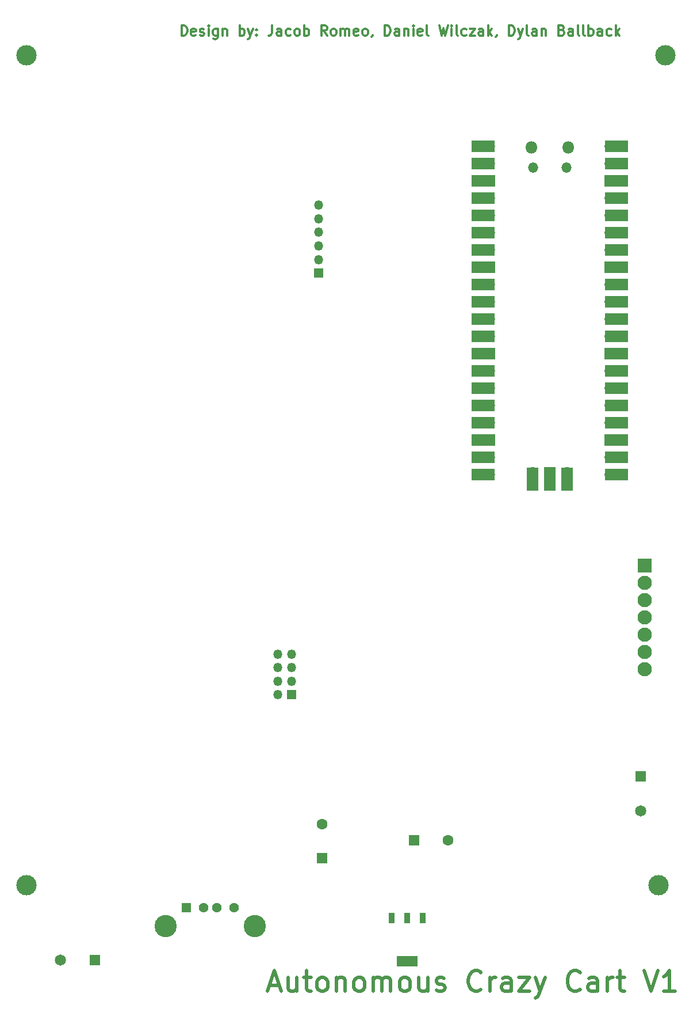
<source format=gbr>
%TF.GenerationSoftware,KiCad,Pcbnew,(5.1.10)-1*%
%TF.CreationDate,2021-09-21T16:53:37-04:00*%
%TF.ProjectId,CC_PCB_V1,43435f50-4342-45f5-9631-2e6b69636164,09/18/2021*%
%TF.SameCoordinates,Original*%
%TF.FileFunction,Soldermask,Top*%
%TF.FilePolarity,Negative*%
%FSLAX46Y46*%
G04 Gerber Fmt 4.6, Leading zero omitted, Abs format (unit mm)*
G04 Created by KiCad (PCBNEW (5.1.10)-1) date 2021-09-21 16:53:37*
%MOMM*%
%LPD*%
G01*
G04 APERTURE LIST*
%ADD10C,0.300000*%
%ADD11C,0.500000*%
%ADD12C,3.000000*%
%ADD13C,1.650000*%
%ADD14R,1.650000X1.650000*%
%ADD15C,3.276000*%
%ADD16C,1.428000*%
%ADD17R,1.428000X1.428000*%
%ADD18R,3.098800X1.600200*%
%ADD19R,0.838200X1.600200*%
%ADD20O,1.700000X1.700000*%
%ADD21R,1.700000X3.500000*%
%ADD22R,1.700000X1.700000*%
%ADD23O,1.500000X1.500000*%
%ADD24O,1.800000X1.800000*%
%ADD25R,3.500000X1.700000*%
%ADD26C,1.600000*%
%ADD27R,1.600000X1.600000*%
%ADD28C,2.100000*%
%ADD29R,2.100000X2.100000*%
%ADD30O,1.350000X1.350000*%
%ADD31R,1.350000X1.350000*%
G04 APERTURE END LIST*
D10*
X82785714Y-19078571D02*
X82785714Y-17578571D01*
X83142857Y-17578571D01*
X83357142Y-17650000D01*
X83500000Y-17792857D01*
X83571428Y-17935714D01*
X83642857Y-18221428D01*
X83642857Y-18435714D01*
X83571428Y-18721428D01*
X83500000Y-18864285D01*
X83357142Y-19007142D01*
X83142857Y-19078571D01*
X82785714Y-19078571D01*
X84857142Y-19007142D02*
X84714285Y-19078571D01*
X84428571Y-19078571D01*
X84285714Y-19007142D01*
X84214285Y-18864285D01*
X84214285Y-18292857D01*
X84285714Y-18150000D01*
X84428571Y-18078571D01*
X84714285Y-18078571D01*
X84857142Y-18150000D01*
X84928571Y-18292857D01*
X84928571Y-18435714D01*
X84214285Y-18578571D01*
X85500000Y-19007142D02*
X85642857Y-19078571D01*
X85928571Y-19078571D01*
X86071428Y-19007142D01*
X86142857Y-18864285D01*
X86142857Y-18792857D01*
X86071428Y-18650000D01*
X85928571Y-18578571D01*
X85714285Y-18578571D01*
X85571428Y-18507142D01*
X85500000Y-18364285D01*
X85500000Y-18292857D01*
X85571428Y-18150000D01*
X85714285Y-18078571D01*
X85928571Y-18078571D01*
X86071428Y-18150000D01*
X86785714Y-19078571D02*
X86785714Y-18078571D01*
X86785714Y-17578571D02*
X86714285Y-17650000D01*
X86785714Y-17721428D01*
X86857142Y-17650000D01*
X86785714Y-17578571D01*
X86785714Y-17721428D01*
X88142857Y-18078571D02*
X88142857Y-19292857D01*
X88071428Y-19435714D01*
X88000000Y-19507142D01*
X87857142Y-19578571D01*
X87642857Y-19578571D01*
X87500000Y-19507142D01*
X88142857Y-19007142D02*
X88000000Y-19078571D01*
X87714285Y-19078571D01*
X87571428Y-19007142D01*
X87500000Y-18935714D01*
X87428571Y-18792857D01*
X87428571Y-18364285D01*
X87500000Y-18221428D01*
X87571428Y-18150000D01*
X87714285Y-18078571D01*
X88000000Y-18078571D01*
X88142857Y-18150000D01*
X88857142Y-18078571D02*
X88857142Y-19078571D01*
X88857142Y-18221428D02*
X88928571Y-18150000D01*
X89071428Y-18078571D01*
X89285714Y-18078571D01*
X89428571Y-18150000D01*
X89500000Y-18292857D01*
X89500000Y-19078571D01*
X91357142Y-19078571D02*
X91357142Y-17578571D01*
X91357142Y-18150000D02*
X91500000Y-18078571D01*
X91785714Y-18078571D01*
X91928571Y-18150000D01*
X92000000Y-18221428D01*
X92071428Y-18364285D01*
X92071428Y-18792857D01*
X92000000Y-18935714D01*
X91928571Y-19007142D01*
X91785714Y-19078571D01*
X91500000Y-19078571D01*
X91357142Y-19007142D01*
X92571428Y-18078571D02*
X92928571Y-19078571D01*
X93285714Y-18078571D02*
X92928571Y-19078571D01*
X92785714Y-19435714D01*
X92714285Y-19507142D01*
X92571428Y-19578571D01*
X93857142Y-18935714D02*
X93928571Y-19007142D01*
X93857142Y-19078571D01*
X93785714Y-19007142D01*
X93857142Y-18935714D01*
X93857142Y-19078571D01*
X93857142Y-18150000D02*
X93928571Y-18221428D01*
X93857142Y-18292857D01*
X93785714Y-18221428D01*
X93857142Y-18150000D01*
X93857142Y-18292857D01*
X96142857Y-17578571D02*
X96142857Y-18650000D01*
X96071428Y-18864285D01*
X95928571Y-19007142D01*
X95714285Y-19078571D01*
X95571428Y-19078571D01*
X97500000Y-19078571D02*
X97500000Y-18292857D01*
X97428571Y-18150000D01*
X97285714Y-18078571D01*
X97000000Y-18078571D01*
X96857142Y-18150000D01*
X97500000Y-19007142D02*
X97357142Y-19078571D01*
X97000000Y-19078571D01*
X96857142Y-19007142D01*
X96785714Y-18864285D01*
X96785714Y-18721428D01*
X96857142Y-18578571D01*
X97000000Y-18507142D01*
X97357142Y-18507142D01*
X97500000Y-18435714D01*
X98857142Y-19007142D02*
X98714285Y-19078571D01*
X98428571Y-19078571D01*
X98285714Y-19007142D01*
X98214285Y-18935714D01*
X98142857Y-18792857D01*
X98142857Y-18364285D01*
X98214285Y-18221428D01*
X98285714Y-18150000D01*
X98428571Y-18078571D01*
X98714285Y-18078571D01*
X98857142Y-18150000D01*
X99714285Y-19078571D02*
X99571428Y-19007142D01*
X99500000Y-18935714D01*
X99428571Y-18792857D01*
X99428571Y-18364285D01*
X99500000Y-18221428D01*
X99571428Y-18150000D01*
X99714285Y-18078571D01*
X99928571Y-18078571D01*
X100071428Y-18150000D01*
X100142857Y-18221428D01*
X100214285Y-18364285D01*
X100214285Y-18792857D01*
X100142857Y-18935714D01*
X100071428Y-19007142D01*
X99928571Y-19078571D01*
X99714285Y-19078571D01*
X100857142Y-19078571D02*
X100857142Y-17578571D01*
X100857142Y-18150000D02*
X101000000Y-18078571D01*
X101285714Y-18078571D01*
X101428571Y-18150000D01*
X101500000Y-18221428D01*
X101571428Y-18364285D01*
X101571428Y-18792857D01*
X101500000Y-18935714D01*
X101428571Y-19007142D01*
X101285714Y-19078571D01*
X101000000Y-19078571D01*
X100857142Y-19007142D01*
X104214285Y-19078571D02*
X103714285Y-18364285D01*
X103357142Y-19078571D02*
X103357142Y-17578571D01*
X103928571Y-17578571D01*
X104071428Y-17650000D01*
X104142857Y-17721428D01*
X104214285Y-17864285D01*
X104214285Y-18078571D01*
X104142857Y-18221428D01*
X104071428Y-18292857D01*
X103928571Y-18364285D01*
X103357142Y-18364285D01*
X105071428Y-19078571D02*
X104928571Y-19007142D01*
X104857142Y-18935714D01*
X104785714Y-18792857D01*
X104785714Y-18364285D01*
X104857142Y-18221428D01*
X104928571Y-18150000D01*
X105071428Y-18078571D01*
X105285714Y-18078571D01*
X105428571Y-18150000D01*
X105500000Y-18221428D01*
X105571428Y-18364285D01*
X105571428Y-18792857D01*
X105500000Y-18935714D01*
X105428571Y-19007142D01*
X105285714Y-19078571D01*
X105071428Y-19078571D01*
X106214285Y-19078571D02*
X106214285Y-18078571D01*
X106214285Y-18221428D02*
X106285714Y-18150000D01*
X106428571Y-18078571D01*
X106642857Y-18078571D01*
X106785714Y-18150000D01*
X106857142Y-18292857D01*
X106857142Y-19078571D01*
X106857142Y-18292857D02*
X106928571Y-18150000D01*
X107071428Y-18078571D01*
X107285714Y-18078571D01*
X107428571Y-18150000D01*
X107500000Y-18292857D01*
X107500000Y-19078571D01*
X108785714Y-19007142D02*
X108642857Y-19078571D01*
X108357142Y-19078571D01*
X108214285Y-19007142D01*
X108142857Y-18864285D01*
X108142857Y-18292857D01*
X108214285Y-18150000D01*
X108357142Y-18078571D01*
X108642857Y-18078571D01*
X108785714Y-18150000D01*
X108857142Y-18292857D01*
X108857142Y-18435714D01*
X108142857Y-18578571D01*
X109714285Y-19078571D02*
X109571428Y-19007142D01*
X109500000Y-18935714D01*
X109428571Y-18792857D01*
X109428571Y-18364285D01*
X109500000Y-18221428D01*
X109571428Y-18150000D01*
X109714285Y-18078571D01*
X109928571Y-18078571D01*
X110071428Y-18150000D01*
X110142857Y-18221428D01*
X110214285Y-18364285D01*
X110214285Y-18792857D01*
X110142857Y-18935714D01*
X110071428Y-19007142D01*
X109928571Y-19078571D01*
X109714285Y-19078571D01*
X110928571Y-19007142D02*
X110928571Y-19078571D01*
X110857142Y-19221428D01*
X110785714Y-19292857D01*
X112714285Y-19078571D02*
X112714285Y-17578571D01*
X113071428Y-17578571D01*
X113285714Y-17650000D01*
X113428571Y-17792857D01*
X113500000Y-17935714D01*
X113571428Y-18221428D01*
X113571428Y-18435714D01*
X113500000Y-18721428D01*
X113428571Y-18864285D01*
X113285714Y-19007142D01*
X113071428Y-19078571D01*
X112714285Y-19078571D01*
X114857142Y-19078571D02*
X114857142Y-18292857D01*
X114785714Y-18150000D01*
X114642857Y-18078571D01*
X114357142Y-18078571D01*
X114214285Y-18150000D01*
X114857142Y-19007142D02*
X114714285Y-19078571D01*
X114357142Y-19078571D01*
X114214285Y-19007142D01*
X114142857Y-18864285D01*
X114142857Y-18721428D01*
X114214285Y-18578571D01*
X114357142Y-18507142D01*
X114714285Y-18507142D01*
X114857142Y-18435714D01*
X115571428Y-18078571D02*
X115571428Y-19078571D01*
X115571428Y-18221428D02*
X115642857Y-18150000D01*
X115785714Y-18078571D01*
X116000000Y-18078571D01*
X116142857Y-18150000D01*
X116214285Y-18292857D01*
X116214285Y-19078571D01*
X116928571Y-19078571D02*
X116928571Y-18078571D01*
X116928571Y-17578571D02*
X116857142Y-17650000D01*
X116928571Y-17721428D01*
X117000000Y-17650000D01*
X116928571Y-17578571D01*
X116928571Y-17721428D01*
X118214285Y-19007142D02*
X118071428Y-19078571D01*
X117785714Y-19078571D01*
X117642857Y-19007142D01*
X117571428Y-18864285D01*
X117571428Y-18292857D01*
X117642857Y-18150000D01*
X117785714Y-18078571D01*
X118071428Y-18078571D01*
X118214285Y-18150000D01*
X118285714Y-18292857D01*
X118285714Y-18435714D01*
X117571428Y-18578571D01*
X119142857Y-19078571D02*
X119000000Y-19007142D01*
X118928571Y-18864285D01*
X118928571Y-17578571D01*
X120714285Y-17578571D02*
X121071428Y-19078571D01*
X121357142Y-18007142D01*
X121642857Y-19078571D01*
X122000000Y-17578571D01*
X122571428Y-19078571D02*
X122571428Y-18078571D01*
X122571428Y-17578571D02*
X122500000Y-17650000D01*
X122571428Y-17721428D01*
X122642857Y-17650000D01*
X122571428Y-17578571D01*
X122571428Y-17721428D01*
X123500000Y-19078571D02*
X123357142Y-19007142D01*
X123285714Y-18864285D01*
X123285714Y-17578571D01*
X124714285Y-19007142D02*
X124571428Y-19078571D01*
X124285714Y-19078571D01*
X124142857Y-19007142D01*
X124071428Y-18935714D01*
X124000000Y-18792857D01*
X124000000Y-18364285D01*
X124071428Y-18221428D01*
X124142857Y-18150000D01*
X124285714Y-18078571D01*
X124571428Y-18078571D01*
X124714285Y-18150000D01*
X125214285Y-18078571D02*
X126000000Y-18078571D01*
X125214285Y-19078571D01*
X126000000Y-19078571D01*
X127214285Y-19078571D02*
X127214285Y-18292857D01*
X127142857Y-18150000D01*
X127000000Y-18078571D01*
X126714285Y-18078571D01*
X126571428Y-18150000D01*
X127214285Y-19007142D02*
X127071428Y-19078571D01*
X126714285Y-19078571D01*
X126571428Y-19007142D01*
X126500000Y-18864285D01*
X126500000Y-18721428D01*
X126571428Y-18578571D01*
X126714285Y-18507142D01*
X127071428Y-18507142D01*
X127214285Y-18435714D01*
X127928571Y-19078571D02*
X127928571Y-17578571D01*
X128071428Y-18507142D02*
X128500000Y-19078571D01*
X128500000Y-18078571D02*
X127928571Y-18650000D01*
X129214285Y-19007142D02*
X129214285Y-19078571D01*
X129142857Y-19221428D01*
X129071428Y-19292857D01*
X131000000Y-19078571D02*
X131000000Y-17578571D01*
X131357142Y-17578571D01*
X131571428Y-17650000D01*
X131714285Y-17792857D01*
X131785714Y-17935714D01*
X131857142Y-18221428D01*
X131857142Y-18435714D01*
X131785714Y-18721428D01*
X131714285Y-18864285D01*
X131571428Y-19007142D01*
X131357142Y-19078571D01*
X131000000Y-19078571D01*
X132357142Y-18078571D02*
X132714285Y-19078571D01*
X133071428Y-18078571D02*
X132714285Y-19078571D01*
X132571428Y-19435714D01*
X132500000Y-19507142D01*
X132357142Y-19578571D01*
X133857142Y-19078571D02*
X133714285Y-19007142D01*
X133642857Y-18864285D01*
X133642857Y-17578571D01*
X135071428Y-19078571D02*
X135071428Y-18292857D01*
X135000000Y-18150000D01*
X134857142Y-18078571D01*
X134571428Y-18078571D01*
X134428571Y-18150000D01*
X135071428Y-19007142D02*
X134928571Y-19078571D01*
X134571428Y-19078571D01*
X134428571Y-19007142D01*
X134357142Y-18864285D01*
X134357142Y-18721428D01*
X134428571Y-18578571D01*
X134571428Y-18507142D01*
X134928571Y-18507142D01*
X135071428Y-18435714D01*
X135785714Y-18078571D02*
X135785714Y-19078571D01*
X135785714Y-18221428D02*
X135857142Y-18150000D01*
X136000000Y-18078571D01*
X136214285Y-18078571D01*
X136357142Y-18150000D01*
X136428571Y-18292857D01*
X136428571Y-19078571D01*
X138785714Y-18292857D02*
X139000000Y-18364285D01*
X139071428Y-18435714D01*
X139142857Y-18578571D01*
X139142857Y-18792857D01*
X139071428Y-18935714D01*
X139000000Y-19007142D01*
X138857142Y-19078571D01*
X138285714Y-19078571D01*
X138285714Y-17578571D01*
X138785714Y-17578571D01*
X138928571Y-17650000D01*
X139000000Y-17721428D01*
X139071428Y-17864285D01*
X139071428Y-18007142D01*
X139000000Y-18150000D01*
X138928571Y-18221428D01*
X138785714Y-18292857D01*
X138285714Y-18292857D01*
X140428571Y-19078571D02*
X140428571Y-18292857D01*
X140357142Y-18150000D01*
X140214285Y-18078571D01*
X139928571Y-18078571D01*
X139785714Y-18150000D01*
X140428571Y-19007142D02*
X140285714Y-19078571D01*
X139928571Y-19078571D01*
X139785714Y-19007142D01*
X139714285Y-18864285D01*
X139714285Y-18721428D01*
X139785714Y-18578571D01*
X139928571Y-18507142D01*
X140285714Y-18507142D01*
X140428571Y-18435714D01*
X141357142Y-19078571D02*
X141214285Y-19007142D01*
X141142857Y-18864285D01*
X141142857Y-17578571D01*
X142142857Y-19078571D02*
X142000000Y-19007142D01*
X141928571Y-18864285D01*
X141928571Y-17578571D01*
X142714285Y-19078571D02*
X142714285Y-17578571D01*
X142714285Y-18150000D02*
X142857142Y-18078571D01*
X143142857Y-18078571D01*
X143285714Y-18150000D01*
X143357142Y-18221428D01*
X143428571Y-18364285D01*
X143428571Y-18792857D01*
X143357142Y-18935714D01*
X143285714Y-19007142D01*
X143142857Y-19078571D01*
X142857142Y-19078571D01*
X142714285Y-19007142D01*
X144714285Y-19078571D02*
X144714285Y-18292857D01*
X144642857Y-18150000D01*
X144500000Y-18078571D01*
X144214285Y-18078571D01*
X144071428Y-18150000D01*
X144714285Y-19007142D02*
X144571428Y-19078571D01*
X144214285Y-19078571D01*
X144071428Y-19007142D01*
X144000000Y-18864285D01*
X144000000Y-18721428D01*
X144071428Y-18578571D01*
X144214285Y-18507142D01*
X144571428Y-18507142D01*
X144714285Y-18435714D01*
X146071428Y-19007142D02*
X145928571Y-19078571D01*
X145642857Y-19078571D01*
X145500000Y-19007142D01*
X145428571Y-18935714D01*
X145357142Y-18792857D01*
X145357142Y-18364285D01*
X145428571Y-18221428D01*
X145500000Y-18150000D01*
X145642857Y-18078571D01*
X145928571Y-18078571D01*
X146071428Y-18150000D01*
X146714285Y-19078571D02*
X146714285Y-17578571D01*
X146857142Y-18507142D02*
X147285714Y-19078571D01*
X147285714Y-18078571D02*
X146714285Y-18650000D01*
D11*
X95742857Y-158700000D02*
X97171428Y-158700000D01*
X95457142Y-159557142D02*
X96457142Y-156557142D01*
X97457142Y-159557142D01*
X99742857Y-157557142D02*
X99742857Y-159557142D01*
X98457142Y-157557142D02*
X98457142Y-159128571D01*
X98600000Y-159414285D01*
X98885714Y-159557142D01*
X99314285Y-159557142D01*
X99600000Y-159414285D01*
X99742857Y-159271428D01*
X100742857Y-157557142D02*
X101885714Y-157557142D01*
X101171428Y-156557142D02*
X101171428Y-159128571D01*
X101314285Y-159414285D01*
X101600000Y-159557142D01*
X101885714Y-159557142D01*
X103314285Y-159557142D02*
X103028571Y-159414285D01*
X102885714Y-159271428D01*
X102742857Y-158985714D01*
X102742857Y-158128571D01*
X102885714Y-157842857D01*
X103028571Y-157700000D01*
X103314285Y-157557142D01*
X103742857Y-157557142D01*
X104028571Y-157700000D01*
X104171428Y-157842857D01*
X104314285Y-158128571D01*
X104314285Y-158985714D01*
X104171428Y-159271428D01*
X104028571Y-159414285D01*
X103742857Y-159557142D01*
X103314285Y-159557142D01*
X105600000Y-157557142D02*
X105600000Y-159557142D01*
X105600000Y-157842857D02*
X105742857Y-157700000D01*
X106028571Y-157557142D01*
X106457142Y-157557142D01*
X106742857Y-157700000D01*
X106885714Y-157985714D01*
X106885714Y-159557142D01*
X108742857Y-159557142D02*
X108457142Y-159414285D01*
X108314285Y-159271428D01*
X108171428Y-158985714D01*
X108171428Y-158128571D01*
X108314285Y-157842857D01*
X108457142Y-157700000D01*
X108742857Y-157557142D01*
X109171428Y-157557142D01*
X109457142Y-157700000D01*
X109600000Y-157842857D01*
X109742857Y-158128571D01*
X109742857Y-158985714D01*
X109600000Y-159271428D01*
X109457142Y-159414285D01*
X109171428Y-159557142D01*
X108742857Y-159557142D01*
X111028571Y-159557142D02*
X111028571Y-157557142D01*
X111028571Y-157842857D02*
X111171428Y-157700000D01*
X111457142Y-157557142D01*
X111885714Y-157557142D01*
X112171428Y-157700000D01*
X112314285Y-157985714D01*
X112314285Y-159557142D01*
X112314285Y-157985714D02*
X112457142Y-157700000D01*
X112742857Y-157557142D01*
X113171428Y-157557142D01*
X113457142Y-157700000D01*
X113600000Y-157985714D01*
X113600000Y-159557142D01*
X115457142Y-159557142D02*
X115171428Y-159414285D01*
X115028571Y-159271428D01*
X114885714Y-158985714D01*
X114885714Y-158128571D01*
X115028571Y-157842857D01*
X115171428Y-157700000D01*
X115457142Y-157557142D01*
X115885714Y-157557142D01*
X116171428Y-157700000D01*
X116314285Y-157842857D01*
X116457142Y-158128571D01*
X116457142Y-158985714D01*
X116314285Y-159271428D01*
X116171428Y-159414285D01*
X115885714Y-159557142D01*
X115457142Y-159557142D01*
X119028571Y-157557142D02*
X119028571Y-159557142D01*
X117742857Y-157557142D02*
X117742857Y-159128571D01*
X117885714Y-159414285D01*
X118171428Y-159557142D01*
X118600000Y-159557142D01*
X118885714Y-159414285D01*
X119028571Y-159271428D01*
X120314285Y-159414285D02*
X120600000Y-159557142D01*
X121171428Y-159557142D01*
X121457142Y-159414285D01*
X121600000Y-159128571D01*
X121600000Y-158985714D01*
X121457142Y-158700000D01*
X121171428Y-158557142D01*
X120742857Y-158557142D01*
X120457142Y-158414285D01*
X120314285Y-158128571D01*
X120314285Y-157985714D01*
X120457142Y-157700000D01*
X120742857Y-157557142D01*
X121171428Y-157557142D01*
X121457142Y-157700000D01*
X126885714Y-159271428D02*
X126742857Y-159414285D01*
X126314285Y-159557142D01*
X126028571Y-159557142D01*
X125600000Y-159414285D01*
X125314285Y-159128571D01*
X125171428Y-158842857D01*
X125028571Y-158271428D01*
X125028571Y-157842857D01*
X125171428Y-157271428D01*
X125314285Y-156985714D01*
X125600000Y-156700000D01*
X126028571Y-156557142D01*
X126314285Y-156557142D01*
X126742857Y-156700000D01*
X126885714Y-156842857D01*
X128171428Y-159557142D02*
X128171428Y-157557142D01*
X128171428Y-158128571D02*
X128314285Y-157842857D01*
X128457142Y-157700000D01*
X128742857Y-157557142D01*
X129028571Y-157557142D01*
X131314285Y-159557142D02*
X131314285Y-157985714D01*
X131171428Y-157700000D01*
X130885714Y-157557142D01*
X130314285Y-157557142D01*
X130028571Y-157700000D01*
X131314285Y-159414285D02*
X131028571Y-159557142D01*
X130314285Y-159557142D01*
X130028571Y-159414285D01*
X129885714Y-159128571D01*
X129885714Y-158842857D01*
X130028571Y-158557142D01*
X130314285Y-158414285D01*
X131028571Y-158414285D01*
X131314285Y-158271428D01*
X132457142Y-157557142D02*
X134028571Y-157557142D01*
X132457142Y-159557142D01*
X134028571Y-159557142D01*
X134885714Y-157557142D02*
X135600000Y-159557142D01*
X136314285Y-157557142D02*
X135600000Y-159557142D01*
X135314285Y-160271428D01*
X135171428Y-160414285D01*
X134885714Y-160557142D01*
X141457142Y-159271428D02*
X141314285Y-159414285D01*
X140885714Y-159557142D01*
X140600000Y-159557142D01*
X140171428Y-159414285D01*
X139885714Y-159128571D01*
X139742857Y-158842857D01*
X139600000Y-158271428D01*
X139600000Y-157842857D01*
X139742857Y-157271428D01*
X139885714Y-156985714D01*
X140171428Y-156700000D01*
X140600000Y-156557142D01*
X140885714Y-156557142D01*
X141314285Y-156700000D01*
X141457142Y-156842857D01*
X144028571Y-159557142D02*
X144028571Y-157985714D01*
X143885714Y-157700000D01*
X143600000Y-157557142D01*
X143028571Y-157557142D01*
X142742857Y-157700000D01*
X144028571Y-159414285D02*
X143742857Y-159557142D01*
X143028571Y-159557142D01*
X142742857Y-159414285D01*
X142600000Y-159128571D01*
X142600000Y-158842857D01*
X142742857Y-158557142D01*
X143028571Y-158414285D01*
X143742857Y-158414285D01*
X144028571Y-158271428D01*
X145457142Y-159557142D02*
X145457142Y-157557142D01*
X145457142Y-158128571D02*
X145600000Y-157842857D01*
X145742857Y-157700000D01*
X146028571Y-157557142D01*
X146314285Y-157557142D01*
X146885714Y-157557142D02*
X148028571Y-157557142D01*
X147314285Y-156557142D02*
X147314285Y-159128571D01*
X147457142Y-159414285D01*
X147742857Y-159557142D01*
X148028571Y-159557142D01*
X150885714Y-156557142D02*
X151885714Y-159557142D01*
X152885714Y-156557142D01*
X155457142Y-159557142D02*
X153742857Y-159557142D01*
X154600000Y-159557142D02*
X154600000Y-156557142D01*
X154314285Y-156985714D01*
X154028571Y-157271428D01*
X153742857Y-157414285D01*
D12*
%TO.C,H4*%
X153000000Y-144000000D03*
%TD*%
%TO.C,H3*%
X60000000Y-22000000D03*
%TD*%
%TO.C,H2*%
X60000000Y-144000000D03*
%TD*%
%TO.C,H1*%
X154000000Y-22000000D03*
%TD*%
D13*
%TO.C,Screw_Terminal2*%
X150400000Y-133040000D03*
D14*
X150400000Y-127960000D03*
%TD*%
D15*
%TO.C,J3*%
X93570000Y-150000000D03*
X80430000Y-150000000D03*
D16*
X90500000Y-147290000D03*
X88000000Y-147290000D03*
X86000000Y-147290000D03*
D17*
X83500000Y-147290000D03*
%TD*%
D18*
%TO.C,U2*%
X116000000Y-155200400D03*
D19*
X113688600Y-148799600D03*
X116000000Y-148799600D03*
X118311400Y-148799600D03*
%TD*%
D20*
%TO.C,U1*%
X139540000Y-83400000D03*
D21*
X139540000Y-84300000D03*
D22*
X137000000Y-83400000D03*
D21*
X137000000Y-84300000D03*
D20*
X134460000Y-83400000D03*
D21*
X134460000Y-84300000D03*
D23*
X139425000Y-38530000D03*
X134575000Y-38530000D03*
D24*
X139725000Y-35500000D03*
X134275000Y-35500000D03*
D25*
X146790000Y-83630000D03*
X146790000Y-81090000D03*
X146790000Y-78550000D03*
X146790000Y-76010000D03*
X146790000Y-73470000D03*
X146790000Y-70930000D03*
X146790000Y-68390000D03*
X146790000Y-65850000D03*
X146790000Y-63310000D03*
X146790000Y-60770000D03*
X146790000Y-58230000D03*
X146790000Y-55690000D03*
X146790000Y-53150000D03*
X146790000Y-50610000D03*
X146790000Y-48070000D03*
X146790000Y-45530000D03*
X146790000Y-42990000D03*
X146790000Y-40450000D03*
X146790000Y-37910000D03*
X146790000Y-35370000D03*
X127210000Y-83630000D03*
X127210000Y-81090000D03*
X127210000Y-78550000D03*
X127210000Y-76010000D03*
X127210000Y-73470000D03*
X127210000Y-70930000D03*
X127210000Y-68390000D03*
X127210000Y-65850000D03*
X127210000Y-63310000D03*
X127210000Y-60770000D03*
X127210000Y-58230000D03*
X127210000Y-55690000D03*
X127210000Y-53150000D03*
X127210000Y-50610000D03*
X127210000Y-48070000D03*
X127210000Y-45530000D03*
X127210000Y-42990000D03*
X127210000Y-40450000D03*
X127210000Y-37910000D03*
X127210000Y-35370000D03*
D20*
X145890000Y-35370000D03*
X145890000Y-37910000D03*
D22*
X145890000Y-40450000D03*
D20*
X145890000Y-42990000D03*
X145890000Y-45530000D03*
X145890000Y-48070000D03*
X145890000Y-50610000D03*
D22*
X145890000Y-53150000D03*
D20*
X145890000Y-55690000D03*
X145890000Y-58230000D03*
X145890000Y-60770000D03*
X145890000Y-63310000D03*
D22*
X145890000Y-65850000D03*
D20*
X145890000Y-68390000D03*
X145890000Y-70930000D03*
X145890000Y-73470000D03*
X145890000Y-76010000D03*
D22*
X145890000Y-78550000D03*
D20*
X145890000Y-81090000D03*
X145890000Y-83630000D03*
X128110000Y-83630000D03*
X128110000Y-81090000D03*
D22*
X128110000Y-78550000D03*
D20*
X128110000Y-76010000D03*
X128110000Y-73470000D03*
X128110000Y-70930000D03*
X128110000Y-68390000D03*
D22*
X128110000Y-65850000D03*
D20*
X128110000Y-63310000D03*
X128110000Y-60770000D03*
X128110000Y-58230000D03*
X128110000Y-55690000D03*
D22*
X128110000Y-53150000D03*
D20*
X128110000Y-50610000D03*
X128110000Y-48070000D03*
X128110000Y-45530000D03*
X128110000Y-42990000D03*
D22*
X128110000Y-40450000D03*
D20*
X128110000Y-37910000D03*
X128110000Y-35370000D03*
%TD*%
D26*
%TO.C,C2*%
X103500000Y-135000000D03*
D27*
X103500000Y-140000000D03*
%TD*%
D26*
%TO.C,C1*%
X122000000Y-137400000D03*
D27*
X117000000Y-137400000D03*
%TD*%
D28*
%TO.C,J1*%
X151000000Y-112240000D03*
X151000000Y-109700000D03*
X151000000Y-107160000D03*
X151000000Y-104620000D03*
X151000000Y-102080000D03*
X151000000Y-99540000D03*
D29*
X151000000Y-97000000D03*
%TD*%
D13*
%TO.C,Screw_Terminal1*%
X65000000Y-155000000D03*
D14*
X70080000Y-155000000D03*
%TD*%
D30*
%TO.C,J5*%
X103000000Y-44000000D03*
X103000000Y-46000000D03*
X103000000Y-48000000D03*
X103000000Y-50000000D03*
X103000000Y-52000000D03*
D31*
X103000000Y-54000000D03*
%TD*%
D30*
%TO.C,J2*%
X97000000Y-110000000D03*
X99000000Y-110000000D03*
X97000000Y-112000000D03*
X99000000Y-112000000D03*
X97000000Y-114000000D03*
X99000000Y-114000000D03*
X97000000Y-116000000D03*
D31*
X99000000Y-116000000D03*
%TD*%
M02*

</source>
